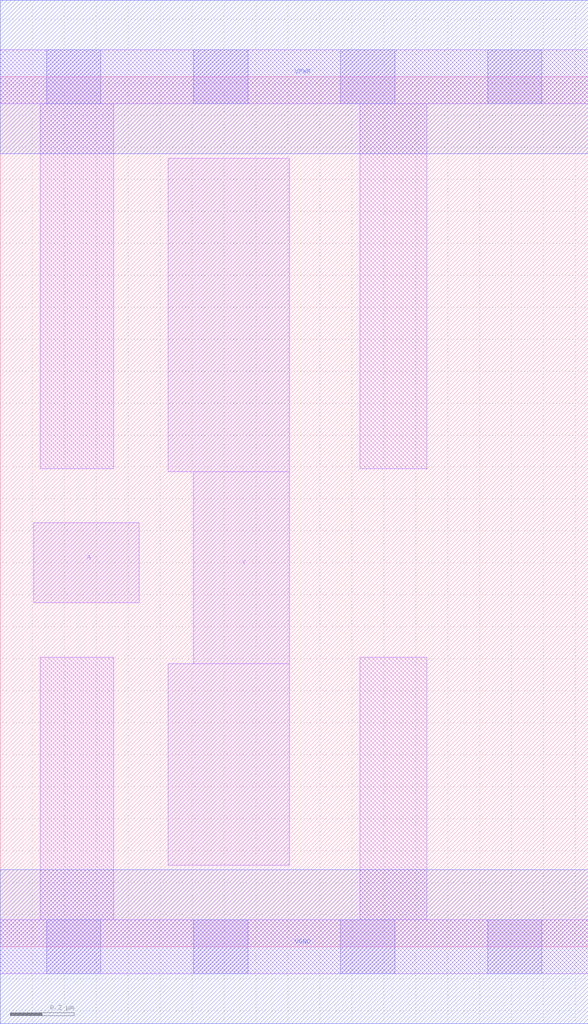
<source format=lef>
# Copyright 2020 The SkyWater PDK Authors
#
# Licensed under the Apache License, Version 2.0 (the "License");
# you may not use this file except in compliance with the License.
# You may obtain a copy of the License at
#
#     https://www.apache.org/licenses/LICENSE-2.0
#
# Unless required by applicable law or agreed to in writing, software
# distributed under the License is distributed on an "AS IS" BASIS,
# WITHOUT WARRANTIES OR CONDITIONS OF ANY KIND, either express or implied.
# See the License for the specific language governing permissions and
# limitations under the License.
#
# SPDX-License-Identifier: Apache-2.0

VERSION 5.7 ;
BUSBITCHARS "[]" ;
DIVIDERCHAR "/" ;
PROPERTYDEFINITIONS
  MACRO maskLayoutSubType STRING ;
  MACRO prCellType STRING ;
  MACRO originalViewName STRING ;
END PROPERTYDEFINITIONS
MACRO sky130_fd_sc_hdll__inv_2
  ORIGIN  0.000000  0.000000 ;
  CLASS CORE ;
  SYMMETRY X Y R90 ;
  SIZE  1.840000 BY  2.720000 ;
  SITE unithd ;
  PIN A
    ANTENNAGATEAREA  0.555000 ;
    DIRECTION INPUT ;
    USE SIGNAL ;
    PORT
      LAYER li1 ;
        RECT 0.105000 1.075000 0.435000 1.325000 ;
    END
  END A
  PIN Y
    ANTENNADIFFAREA  0.498000 ;
    DIRECTION OUTPUT ;
    USE SIGNAL ;
    PORT
      LAYER li1 ;
        RECT 0.525000 0.255000 0.905000 0.885000 ;
        RECT 0.525000 1.485000 0.905000 2.465000 ;
        RECT 0.605000 0.885000 0.905000 1.485000 ;
    END
  END Y
  PIN VGND
    DIRECTION INOUT ;
    USE GROUND ;
    PORT
      LAYER met1 ;
        RECT 0.000000 -0.240000 1.840000 0.240000 ;
    END
  END VGND
  PIN VPWR
    DIRECTION INOUT ;
    USE POWER ;
    PORT
      LAYER met1 ;
        RECT 0.000000 2.480000 1.840000 2.960000 ;
    END
  END VPWR
  OBS
    LAYER li1 ;
      RECT 0.000000 -0.085000 1.840000 0.085000 ;
      RECT 0.000000  2.635000 1.840000 2.805000 ;
      RECT 0.125000  0.085000 0.355000 0.905000 ;
      RECT 0.125000  1.495000 0.355000 2.635000 ;
      RECT 1.125000  0.085000 1.335000 0.905000 ;
      RECT 1.125000  1.495000 1.335000 2.635000 ;
    LAYER mcon ;
      RECT 0.145000 -0.085000 0.315000 0.085000 ;
      RECT 0.145000  2.635000 0.315000 2.805000 ;
      RECT 0.605000 -0.085000 0.775000 0.085000 ;
      RECT 0.605000  2.635000 0.775000 2.805000 ;
      RECT 1.065000 -0.085000 1.235000 0.085000 ;
      RECT 1.065000  2.635000 1.235000 2.805000 ;
      RECT 1.525000 -0.085000 1.695000 0.085000 ;
      RECT 1.525000  2.635000 1.695000 2.805000 ;
  END
  PROPERTY maskLayoutSubType "abstract" ;
  PROPERTY prCellType "standard" ;
  PROPERTY originalViewName "layout" ;
END sky130_fd_sc_hdll__inv_2

</source>
